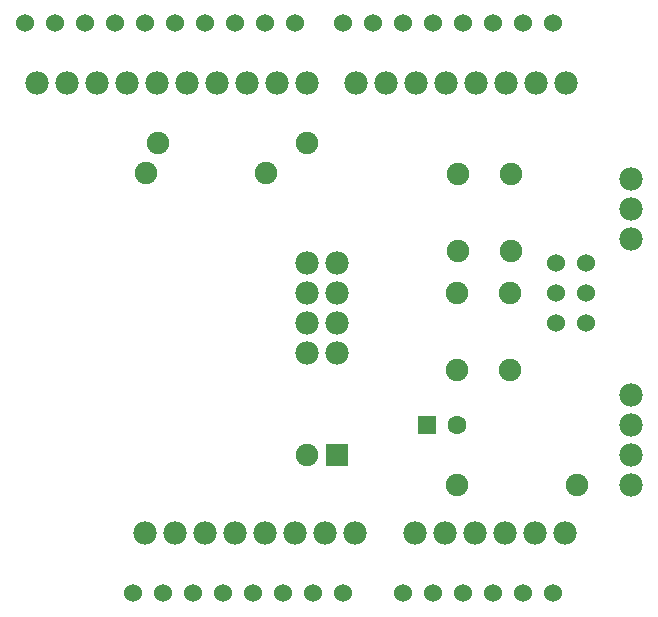
<source format=gtl>
G04 MADE WITH FRITZING*
G04 WWW.FRITZING.ORG*
G04 DOUBLE SIDED*
G04 HOLES PLATED*
G04 CONTOUR ON CENTER OF CONTOUR VECTOR*
%ASAXBY*%
%FSLAX23Y23*%
%MOIN*%
%OFA0B0*%
%SFA1.0B1.0*%
%ADD10C,0.067278*%
%ADD11C,0.075000*%
%ADD12C,0.062992*%
%ADD13C,0.078000*%
%ADD14C,0.060000*%
%ADD15R,0.075000X0.075000*%
%ADD16R,0.062992X0.062992*%
%LNCOPPER1*%
G90*
G70*
G54D10*
X1035Y900D03*
X1035Y1000D03*
X1035Y1100D03*
X1035Y1200D03*
X1135Y900D03*
X1135Y1000D03*
X1135Y1100D03*
X1135Y1200D03*
G54D11*
X1135Y560D03*
X1035Y560D03*
X1712Y1100D03*
X1712Y844D03*
X1535Y1100D03*
X1535Y844D03*
X1715Y1496D03*
X1715Y1240D03*
X1538Y1496D03*
X1538Y1240D03*
X1935Y460D03*
X1535Y460D03*
G54D12*
X1437Y660D03*
X1535Y660D03*
G54D11*
X899Y1500D03*
X499Y1500D03*
X1035Y1600D03*
X539Y1600D03*
G54D13*
X595Y300D03*
X435Y1800D03*
X535Y1800D03*
X135Y1800D03*
G54D14*
X295Y2000D03*
X1155Y100D03*
X1755Y2000D03*
X1965Y1100D03*
X695Y2000D03*
X1655Y100D03*
X1355Y2000D03*
X755Y100D03*
X1965Y1200D03*
X1965Y1000D03*
X895Y2000D03*
X495Y2000D03*
X1455Y100D03*
X1855Y100D03*
X1555Y2000D03*
X1155Y2000D03*
X955Y100D03*
X1865Y1200D03*
X1865Y1100D03*
X1865Y1000D03*
X995Y2000D03*
X795Y2000D03*
X595Y2000D03*
X395Y2000D03*
X95Y2000D03*
X195Y2000D03*
X1355Y100D03*
X1555Y100D03*
X1755Y100D03*
X1855Y2000D03*
X1655Y2000D03*
X1455Y2000D03*
X1255Y2000D03*
X655Y100D03*
X855Y100D03*
X555Y100D03*
X455Y100D03*
X1055Y100D03*
G54D13*
X1195Y300D03*
X995Y300D03*
X1695Y300D03*
X1895Y300D03*
X1899Y1800D03*
X1699Y1800D03*
X1035Y1800D03*
X1095Y300D03*
X895Y300D03*
X1595Y300D03*
X1795Y300D03*
X1799Y1800D03*
X1599Y1800D03*
X835Y1800D03*
X735Y1800D03*
X935Y1800D03*
X495Y300D03*
X795Y300D03*
X1495Y300D03*
X1199Y1800D03*
X1499Y1800D03*
X335Y1800D03*
X695Y300D03*
X1395Y300D03*
X1399Y1800D03*
X1298Y1800D03*
X635Y1800D03*
X235Y1800D03*
X1035Y1200D03*
X1035Y1100D03*
X1035Y1000D03*
X1035Y900D03*
X1035Y1200D03*
X1035Y1100D03*
X1035Y1000D03*
X1035Y900D03*
X1135Y900D03*
X1135Y1000D03*
X1135Y1100D03*
X1135Y1200D03*
X2115Y1480D03*
X2115Y1380D03*
X2115Y1280D03*
X2115Y760D03*
X2115Y660D03*
X2115Y560D03*
X2115Y460D03*
G54D15*
X1135Y560D03*
G54D16*
X1437Y660D03*
G04 End of Copper1*
M02*
</source>
